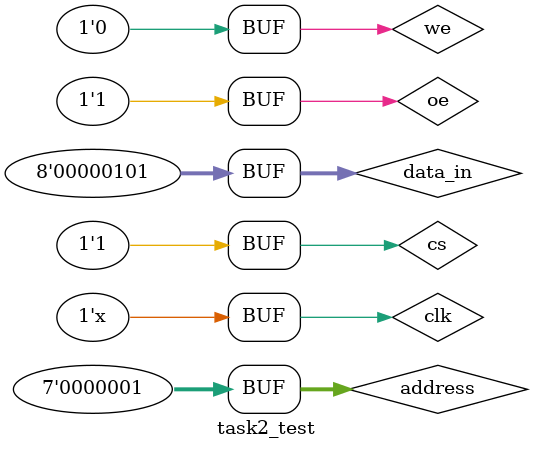
<source format=v>
`timescale 1ns / 1ps


module task2_test;

	// Inputs
	reg clk;
	reg oe;
	reg cs;
	reg we;
	reg [6:0] address;
	reg [7:0] data_in;

	// Outputs
	wire [7:0] data_out;

	// Instantiate the Unit Under Test (UUT)
	task02 uut (
		.clk(clk), 
		.oe(oe), 
		.cs(cs), 
		.we(we), 
		.address(address), 
		.data_in(data_in), 
		.data_out(data_out)
	);

	initial begin
		// Initialize Inputs
		clk = 0;
		oe = 0;
		cs = 0;
		we = 0;
		address = 0;
		data_in = 0;

		// Wait 100 ns for global reset to finish
		#100;
		oe = 0;
		cs = 1;
		we = 1;
		address = 1;
		data_in = 8'd5;
		
		#100;
		oe = 1;
		cs = 1;
		we = 0;
		address = 1;
		data_in = 8'd5;
        
		// Add stimulus here

	end
	
	always #50 begin
		clk = ~clk;
	end
      
endmodule


</source>
